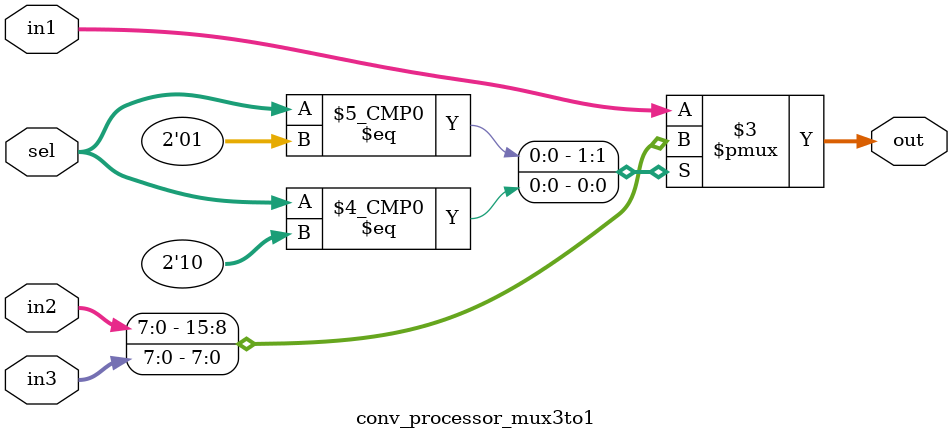
<source format=v>
module conv_processor_mux3to1 #(
		parameter DATA_WIDTH= 8
)(
		input wire [DATA_WIDTH-1:0] in1,
		input wire [DATA_WIDTH-1:0] in2,
		input wire [DATA_WIDTH-1:0] in3,
		input wire  [1:0] sel,
		output reg [DATA_WIDTH-1:0] out
	   
);


always @(*) begin
	case (sel)
		2'b00: out=in1;
		2'b01: out=in2;
		2'b10: out=in3;
		default: out=in1;
	endcase
end

endmodule
</source>
